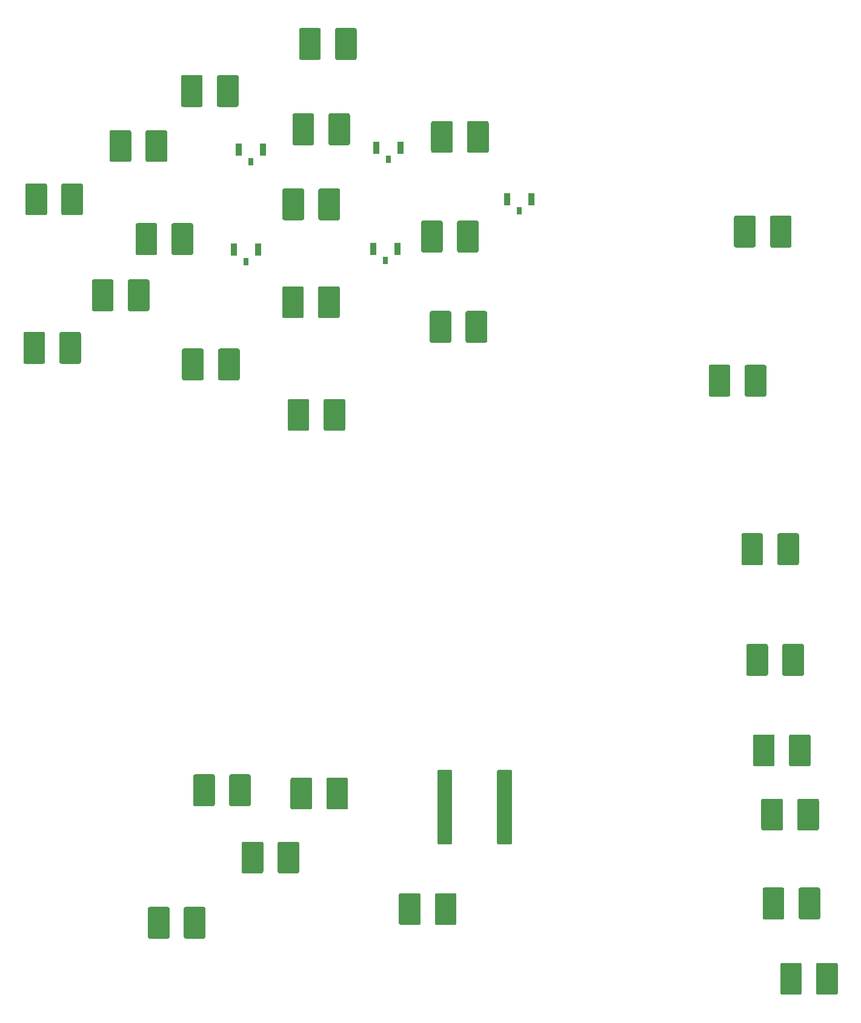
<source format=gbr>
%TF.GenerationSoftware,KiCad,Pcbnew,5.1.6-c6e7f7d~87~ubuntu18.04.1*%
%TF.CreationDate,2020-08-21T18:13:35-04:00*%
%TF.ProjectId,tutorial2,7475746f-7269-4616-9c32-2e6b69636164,rev?*%
%TF.SameCoordinates,Original*%
%TF.FileFunction,Paste,Top*%
%TF.FilePolarity,Positive*%
%FSLAX46Y46*%
G04 Gerber Fmt 4.6, Leading zero omitted, Abs format (unit mm)*
G04 Created by KiCad (PCBNEW 5.1.6-c6e7f7d~87~ubuntu18.04.1) date 2020-08-21 18:13:35*
%MOMM*%
%LPD*%
G01*
G04 APERTURE LIST*
%ADD10R,0.900000X1.700000*%
%ADD11R,0.800000X1.100000*%
G04 APERTURE END LIST*
D10*
%TO.C,Q1*%
X120400000Y-39605000D03*
X123800000Y-39605000D03*
D11*
X122100000Y-41245000D03*
%TD*%
%TO.C,Q2*%
X121450000Y-55220000D03*
D10*
X123150000Y-53580000D03*
X119750000Y-53580000D03*
%TD*%
%TO.C,Q3*%
X139600000Y-39330000D03*
X143000000Y-39330000D03*
D11*
X141300000Y-40970000D03*
%TD*%
%TO.C,Q4*%
X140900000Y-55095000D03*
D10*
X142600000Y-53455000D03*
X139200000Y-53455000D03*
%TD*%
%TO.C,Q5*%
X157875000Y-46530000D03*
X161275000Y-46530000D03*
D11*
X159575000Y-48170000D03*
%TD*%
%TO.C,R1*%
G36*
G01*
X90587500Y-48524999D02*
X90587500Y-44575001D01*
G75*
G02*
X90837501Y-44325000I250001J0D01*
G01*
X93362499Y-44325000D01*
G75*
G02*
X93612500Y-44575001I0J-250001D01*
G01*
X93612500Y-48524999D01*
G75*
G02*
X93362499Y-48775000I-250001J0D01*
G01*
X90837501Y-48775000D01*
G75*
G02*
X90587500Y-48524999I0J250001D01*
G01*
G37*
G36*
G01*
X95612500Y-48524999D02*
X95612500Y-44575001D01*
G75*
G02*
X95862501Y-44325000I250001J0D01*
G01*
X98387499Y-44325000D01*
G75*
G02*
X98637500Y-44575001I0J-250001D01*
G01*
X98637500Y-48524999D01*
G75*
G02*
X98387499Y-48775000I-250001J0D01*
G01*
X95862501Y-48775000D01*
G75*
G02*
X95612500Y-48524999I0J250001D01*
G01*
G37*
%TD*%
%TO.C,R2*%
G36*
G01*
X95337500Y-69274999D02*
X95337500Y-65325001D01*
G75*
G02*
X95587501Y-65075000I250001J0D01*
G01*
X98112499Y-65075000D01*
G75*
G02*
X98362500Y-65325001I0J-250001D01*
G01*
X98362500Y-69274999D01*
G75*
G02*
X98112499Y-69525000I-250001J0D01*
G01*
X95587501Y-69525000D01*
G75*
G02*
X95337500Y-69274999I0J250001D01*
G01*
G37*
G36*
G01*
X90312500Y-69274999D02*
X90312500Y-65325001D01*
G75*
G02*
X90562501Y-65075000I250001J0D01*
G01*
X93087499Y-65075000D01*
G75*
G02*
X93337500Y-65325001I0J-250001D01*
G01*
X93337500Y-69274999D01*
G75*
G02*
X93087499Y-69525000I-250001J0D01*
G01*
X90562501Y-69525000D01*
G75*
G02*
X90312500Y-69274999I0J250001D01*
G01*
G37*
%TD*%
%TO.C,R3*%
G36*
G01*
X107388000Y-41074999D02*
X107388000Y-37125001D01*
G75*
G02*
X107638001Y-36875000I250001J0D01*
G01*
X110162999Y-36875000D01*
G75*
G02*
X110413000Y-37125001I0J-250001D01*
G01*
X110413000Y-41074999D01*
G75*
G02*
X110162999Y-41325000I-250001J0D01*
G01*
X107638001Y-41325000D01*
G75*
G02*
X107388000Y-41074999I0J250001D01*
G01*
G37*
G36*
G01*
X102363000Y-41074999D02*
X102363000Y-37125001D01*
G75*
G02*
X102613001Y-36875000I250001J0D01*
G01*
X105137999Y-36875000D01*
G75*
G02*
X105388000Y-37125001I0J-250001D01*
G01*
X105388000Y-41074999D01*
G75*
G02*
X105137999Y-41325000I-250001J0D01*
G01*
X102613001Y-41325000D01*
G75*
G02*
X102363000Y-41074999I0J250001D01*
G01*
G37*
%TD*%
%TO.C,R4*%
G36*
G01*
X112337000Y-33374999D02*
X112337000Y-29425001D01*
G75*
G02*
X112587001Y-29175000I250001J0D01*
G01*
X115111999Y-29175000D01*
G75*
G02*
X115362000Y-29425001I0J-250001D01*
G01*
X115362000Y-33374999D01*
G75*
G02*
X115111999Y-33625000I-250001J0D01*
G01*
X112587001Y-33625000D01*
G75*
G02*
X112337000Y-33374999I0J250001D01*
G01*
G37*
G36*
G01*
X117362000Y-33374999D02*
X117362000Y-29425001D01*
G75*
G02*
X117612001Y-29175000I250001J0D01*
G01*
X120136999Y-29175000D01*
G75*
G02*
X120387000Y-29425001I0J-250001D01*
G01*
X120387000Y-33374999D01*
G75*
G02*
X120136999Y-33625000I-250001J0D01*
G01*
X117612001Y-33625000D01*
G75*
G02*
X117362000Y-33374999I0J250001D01*
G01*
G37*
%TD*%
%TO.C,R5*%
G36*
G01*
X99875000Y-61924999D02*
X99875000Y-57975001D01*
G75*
G02*
X100125001Y-57725000I250001J0D01*
G01*
X102649999Y-57725000D01*
G75*
G02*
X102900000Y-57975001I0J-250001D01*
G01*
X102900000Y-61924999D01*
G75*
G02*
X102649999Y-62175000I-250001J0D01*
G01*
X100125001Y-62175000D01*
G75*
G02*
X99875000Y-61924999I0J250001D01*
G01*
G37*
G36*
G01*
X104900000Y-61924999D02*
X104900000Y-57975001D01*
G75*
G02*
X105150001Y-57725000I250001J0D01*
G01*
X107674999Y-57725000D01*
G75*
G02*
X107925000Y-57975001I0J-250001D01*
G01*
X107925000Y-61924999D01*
G75*
G02*
X107674999Y-62175000I-250001J0D01*
G01*
X105150001Y-62175000D01*
G75*
G02*
X104900000Y-61924999I0J250001D01*
G01*
G37*
%TD*%
%TO.C,R6*%
G36*
G01*
X111012000Y-54074999D02*
X111012000Y-50125001D01*
G75*
G02*
X111262001Y-49875000I250001J0D01*
G01*
X113786999Y-49875000D01*
G75*
G02*
X114037000Y-50125001I0J-250001D01*
G01*
X114037000Y-54074999D01*
G75*
G02*
X113786999Y-54325000I-250001J0D01*
G01*
X111262001Y-54325000D01*
G75*
G02*
X111012000Y-54074999I0J250001D01*
G01*
G37*
G36*
G01*
X105987000Y-54074999D02*
X105987000Y-50125001D01*
G75*
G02*
X106237001Y-49875000I250001J0D01*
G01*
X108761999Y-49875000D01*
G75*
G02*
X109012000Y-50125001I0J-250001D01*
G01*
X109012000Y-54074999D01*
G75*
G02*
X108761999Y-54325000I-250001J0D01*
G01*
X106237001Y-54325000D01*
G75*
G02*
X105987000Y-54074999I0J250001D01*
G01*
G37*
%TD*%
%TO.C,R7*%
G36*
G01*
X127913000Y-38724999D02*
X127913000Y-34775001D01*
G75*
G02*
X128163001Y-34525000I250001J0D01*
G01*
X130687999Y-34525000D01*
G75*
G02*
X130938000Y-34775001I0J-250001D01*
G01*
X130938000Y-38724999D01*
G75*
G02*
X130687999Y-38975000I-250001J0D01*
G01*
X128163001Y-38975000D01*
G75*
G02*
X127913000Y-38724999I0J250001D01*
G01*
G37*
G36*
G01*
X132938000Y-38724999D02*
X132938000Y-34775001D01*
G75*
G02*
X133188001Y-34525000I250001J0D01*
G01*
X135712999Y-34525000D01*
G75*
G02*
X135963000Y-34775001I0J-250001D01*
G01*
X135963000Y-38724999D01*
G75*
G02*
X135712999Y-38975000I-250001J0D01*
G01*
X133188001Y-38975000D01*
G75*
G02*
X132938000Y-38724999I0J250001D01*
G01*
G37*
%TD*%
%TO.C,R8*%
G36*
G01*
X131538000Y-49224999D02*
X131538000Y-45275001D01*
G75*
G02*
X131788001Y-45025000I250001J0D01*
G01*
X134312999Y-45025000D01*
G75*
G02*
X134563000Y-45275001I0J-250001D01*
G01*
X134563000Y-49224999D01*
G75*
G02*
X134312999Y-49475000I-250001J0D01*
G01*
X131788001Y-49475000D01*
G75*
G02*
X131538000Y-49224999I0J250001D01*
G01*
G37*
G36*
G01*
X126513000Y-49224999D02*
X126513000Y-45275001D01*
G75*
G02*
X126763001Y-45025000I250001J0D01*
G01*
X129287999Y-45025000D01*
G75*
G02*
X129538000Y-45275001I0J-250001D01*
G01*
X129538000Y-49224999D01*
G75*
G02*
X129287999Y-49475000I-250001J0D01*
G01*
X126763001Y-49475000D01*
G75*
G02*
X126513000Y-49224999I0J250001D01*
G01*
G37*
%TD*%
%TO.C,R9*%
G36*
G01*
X133862000Y-26799999D02*
X133862000Y-22850001D01*
G75*
G02*
X134112001Y-22600000I250001J0D01*
G01*
X136636999Y-22600000D01*
G75*
G02*
X136887000Y-22850001I0J-250001D01*
G01*
X136887000Y-26799999D01*
G75*
G02*
X136636999Y-27050000I-250001J0D01*
G01*
X134112001Y-27050000D01*
G75*
G02*
X133862000Y-26799999I0J250001D01*
G01*
G37*
G36*
G01*
X128837000Y-26799999D02*
X128837000Y-22850001D01*
G75*
G02*
X129087001Y-22600000I250001J0D01*
G01*
X131611999Y-22600000D01*
G75*
G02*
X131862000Y-22850001I0J-250001D01*
G01*
X131862000Y-26799999D01*
G75*
G02*
X131611999Y-27050000I-250001J0D01*
G01*
X129087001Y-27050000D01*
G75*
G02*
X128837000Y-26799999I0J250001D01*
G01*
G37*
%TD*%
%TO.C,R10*%
G36*
G01*
X117512000Y-71599999D02*
X117512000Y-67650001D01*
G75*
G02*
X117762001Y-67400000I250001J0D01*
G01*
X120286999Y-67400000D01*
G75*
G02*
X120537000Y-67650001I0J-250001D01*
G01*
X120537000Y-71599999D01*
G75*
G02*
X120286999Y-71850000I-250001J0D01*
G01*
X117762001Y-71850000D01*
G75*
G02*
X117512000Y-71599999I0J250001D01*
G01*
G37*
G36*
G01*
X112487000Y-71599999D02*
X112487000Y-67650001D01*
G75*
G02*
X112737001Y-67400000I250001J0D01*
G01*
X115261999Y-67400000D01*
G75*
G02*
X115512000Y-67650001I0J-250001D01*
G01*
X115512000Y-71599999D01*
G75*
G02*
X115261999Y-71850000I-250001J0D01*
G01*
X112737001Y-71850000D01*
G75*
G02*
X112487000Y-71599999I0J250001D01*
G01*
G37*
%TD*%
%TO.C,R11*%
G36*
G01*
X127237000Y-78649999D02*
X127237000Y-74700001D01*
G75*
G02*
X127487001Y-74450000I250001J0D01*
G01*
X130011999Y-74450000D01*
G75*
G02*
X130262000Y-74700001I0J-250001D01*
G01*
X130262000Y-78649999D01*
G75*
G02*
X130011999Y-78900000I-250001J0D01*
G01*
X127487001Y-78900000D01*
G75*
G02*
X127237000Y-78649999I0J250001D01*
G01*
G37*
G36*
G01*
X132262000Y-78649999D02*
X132262000Y-74700001D01*
G75*
G02*
X132512001Y-74450000I250001J0D01*
G01*
X135036999Y-74450000D01*
G75*
G02*
X135287000Y-74700001I0J-250001D01*
G01*
X135287000Y-78649999D01*
G75*
G02*
X135036999Y-78900000I-250001J0D01*
G01*
X132512001Y-78900000D01*
G75*
G02*
X132262000Y-78649999I0J250001D01*
G01*
G37*
%TD*%
%TO.C,R12*%
G36*
G01*
X126463000Y-62899999D02*
X126463000Y-58950001D01*
G75*
G02*
X126713001Y-58700000I250001J0D01*
G01*
X129237999Y-58700000D01*
G75*
G02*
X129488000Y-58950001I0J-250001D01*
G01*
X129488000Y-62899999D01*
G75*
G02*
X129237999Y-63150000I-250001J0D01*
G01*
X126713001Y-63150000D01*
G75*
G02*
X126463000Y-62899999I0J250001D01*
G01*
G37*
G36*
G01*
X131488000Y-62899999D02*
X131488000Y-58950001D01*
G75*
G02*
X131738001Y-58700000I250001J0D01*
G01*
X134262999Y-58700000D01*
G75*
G02*
X134513000Y-58950001I0J-250001D01*
G01*
X134513000Y-62899999D01*
G75*
G02*
X134262999Y-63150000I-250001J0D01*
G01*
X131738001Y-63150000D01*
G75*
G02*
X131488000Y-62899999I0J250001D01*
G01*
G37*
%TD*%
%TO.C,R13*%
G36*
G01*
X194638000Y-53024999D02*
X194638000Y-49075001D01*
G75*
G02*
X194888001Y-48825000I250001J0D01*
G01*
X197412999Y-48825000D01*
G75*
G02*
X197663000Y-49075001I0J-250001D01*
G01*
X197663000Y-53024999D01*
G75*
G02*
X197412999Y-53275000I-250001J0D01*
G01*
X194888001Y-53275000D01*
G75*
G02*
X194638000Y-53024999I0J250001D01*
G01*
G37*
G36*
G01*
X189613000Y-53024999D02*
X189613000Y-49075001D01*
G75*
G02*
X189863001Y-48825000I250001J0D01*
G01*
X192387999Y-48825000D01*
G75*
G02*
X192638000Y-49075001I0J-250001D01*
G01*
X192638000Y-53024999D01*
G75*
G02*
X192387999Y-53275000I-250001J0D01*
G01*
X189863001Y-53275000D01*
G75*
G02*
X189613000Y-53024999I0J250001D01*
G01*
G37*
%TD*%
%TO.C,R14*%
G36*
G01*
X186087000Y-73874999D02*
X186087000Y-69925001D01*
G75*
G02*
X186337001Y-69675000I250001J0D01*
G01*
X188861999Y-69675000D01*
G75*
G02*
X189112000Y-69925001I0J-250001D01*
G01*
X189112000Y-73874999D01*
G75*
G02*
X188861999Y-74125000I-250001J0D01*
G01*
X186337001Y-74125000D01*
G75*
G02*
X186087000Y-73874999I0J250001D01*
G01*
G37*
G36*
G01*
X191112000Y-73874999D02*
X191112000Y-69925001D01*
G75*
G02*
X191362001Y-69675000I250001J0D01*
G01*
X193886999Y-69675000D01*
G75*
G02*
X194137000Y-69925001I0J-250001D01*
G01*
X194137000Y-73874999D01*
G75*
G02*
X193886999Y-74125000I-250001J0D01*
G01*
X191362001Y-74125000D01*
G75*
G02*
X191112000Y-73874999I0J250001D01*
G01*
G37*
%TD*%
%TO.C,R15*%
G36*
G01*
X195662000Y-97424999D02*
X195662000Y-93475001D01*
G75*
G02*
X195912001Y-93225000I250001J0D01*
G01*
X198436999Y-93225000D01*
G75*
G02*
X198687000Y-93475001I0J-250001D01*
G01*
X198687000Y-97424999D01*
G75*
G02*
X198436999Y-97675000I-250001J0D01*
G01*
X195912001Y-97675000D01*
G75*
G02*
X195662000Y-97424999I0J250001D01*
G01*
G37*
G36*
G01*
X190637000Y-97424999D02*
X190637000Y-93475001D01*
G75*
G02*
X190887001Y-93225000I250001J0D01*
G01*
X193411999Y-93225000D01*
G75*
G02*
X193662000Y-93475001I0J-250001D01*
G01*
X193662000Y-97424999D01*
G75*
G02*
X193411999Y-97675000I-250001J0D01*
G01*
X190887001Y-97675000D01*
G75*
G02*
X190637000Y-97424999I0J250001D01*
G01*
G37*
%TD*%
%TO.C,R16*%
G36*
G01*
X191337000Y-112899999D02*
X191337000Y-108950001D01*
G75*
G02*
X191587001Y-108700000I250001J0D01*
G01*
X194111999Y-108700000D01*
G75*
G02*
X194362000Y-108950001I0J-250001D01*
G01*
X194362000Y-112899999D01*
G75*
G02*
X194111999Y-113150000I-250001J0D01*
G01*
X191587001Y-113150000D01*
G75*
G02*
X191337000Y-112899999I0J250001D01*
G01*
G37*
G36*
G01*
X196362000Y-112899999D02*
X196362000Y-108950001D01*
G75*
G02*
X196612001Y-108700000I250001J0D01*
G01*
X199136999Y-108700000D01*
G75*
G02*
X199387000Y-108950001I0J-250001D01*
G01*
X199387000Y-112899999D01*
G75*
G02*
X199136999Y-113150000I-250001J0D01*
G01*
X196612001Y-113150000D01*
G75*
G02*
X196362000Y-112899999I0J250001D01*
G01*
G37*
%TD*%
%TO.C,R17*%
G36*
G01*
X197288000Y-125549999D02*
X197288000Y-121600001D01*
G75*
G02*
X197538001Y-121350000I250001J0D01*
G01*
X200062999Y-121350000D01*
G75*
G02*
X200313000Y-121600001I0J-250001D01*
G01*
X200313000Y-125549999D01*
G75*
G02*
X200062999Y-125800000I-250001J0D01*
G01*
X197538001Y-125800000D01*
G75*
G02*
X197288000Y-125549999I0J250001D01*
G01*
G37*
G36*
G01*
X192263000Y-125549999D02*
X192263000Y-121600001D01*
G75*
G02*
X192513001Y-121350000I250001J0D01*
G01*
X195037999Y-121350000D01*
G75*
G02*
X195288000Y-121600001I0J-250001D01*
G01*
X195288000Y-125549999D01*
G75*
G02*
X195037999Y-125800000I-250001J0D01*
G01*
X192513001Y-125800000D01*
G75*
G02*
X192263000Y-125549999I0J250001D01*
G01*
G37*
%TD*%
%TO.C,R18*%
G36*
G01*
X193425000Y-134524999D02*
X193425000Y-130575001D01*
G75*
G02*
X193675001Y-130325000I250001J0D01*
G01*
X196199999Y-130325000D01*
G75*
G02*
X196450000Y-130575001I0J-250001D01*
G01*
X196450000Y-134524999D01*
G75*
G02*
X196199999Y-134775000I-250001J0D01*
G01*
X193675001Y-134775000D01*
G75*
G02*
X193425000Y-134524999I0J250001D01*
G01*
G37*
G36*
G01*
X198450000Y-134524999D02*
X198450000Y-130575001D01*
G75*
G02*
X198700001Y-130325000I250001J0D01*
G01*
X201224999Y-130325000D01*
G75*
G02*
X201475000Y-130575001I0J-250001D01*
G01*
X201475000Y-134524999D01*
G75*
G02*
X201224999Y-134775000I-250001J0D01*
G01*
X198700001Y-134775000D01*
G75*
G02*
X198450000Y-134524999I0J250001D01*
G01*
G37*
%TD*%
%TO.C,R19*%
G36*
G01*
X198638000Y-146949999D02*
X198638000Y-143000001D01*
G75*
G02*
X198888001Y-142750000I250001J0D01*
G01*
X201412999Y-142750000D01*
G75*
G02*
X201663000Y-143000001I0J-250001D01*
G01*
X201663000Y-146949999D01*
G75*
G02*
X201412999Y-147200000I-250001J0D01*
G01*
X198888001Y-147200000D01*
G75*
G02*
X198638000Y-146949999I0J250001D01*
G01*
G37*
G36*
G01*
X193613000Y-146949999D02*
X193613000Y-143000001D01*
G75*
G02*
X193863001Y-142750000I250001J0D01*
G01*
X196387999Y-142750000D01*
G75*
G02*
X196638000Y-143000001I0J-250001D01*
G01*
X196638000Y-146949999D01*
G75*
G02*
X196387999Y-147200000I-250001J0D01*
G01*
X193863001Y-147200000D01*
G75*
G02*
X193613000Y-146949999I0J250001D01*
G01*
G37*
%TD*%
%TO.C,R20*%
G36*
G01*
X196063000Y-157474999D02*
X196063000Y-153525001D01*
G75*
G02*
X196313001Y-153275000I250001J0D01*
G01*
X198837999Y-153275000D01*
G75*
G02*
X199088000Y-153525001I0J-250001D01*
G01*
X199088000Y-157474999D01*
G75*
G02*
X198837999Y-157725000I-250001J0D01*
G01*
X196313001Y-157725000D01*
G75*
G02*
X196063000Y-157474999I0J250001D01*
G01*
G37*
G36*
G01*
X201088000Y-157474999D02*
X201088000Y-153525001D01*
G75*
G02*
X201338001Y-153275000I250001J0D01*
G01*
X203862999Y-153275000D01*
G75*
G02*
X204113000Y-153525001I0J-250001D01*
G01*
X204113000Y-157474999D01*
G75*
G02*
X203862999Y-157725000I-250001J0D01*
G01*
X201338001Y-157725000D01*
G75*
G02*
X201088000Y-157474999I0J250001D01*
G01*
G37*
%TD*%
%TO.C,R21*%
G36*
G01*
X145887000Y-53724999D02*
X145887000Y-49775001D01*
G75*
G02*
X146137001Y-49525000I250001J0D01*
G01*
X148661999Y-49525000D01*
G75*
G02*
X148912000Y-49775001I0J-250001D01*
G01*
X148912000Y-53724999D01*
G75*
G02*
X148661999Y-53975000I-250001J0D01*
G01*
X146137001Y-53975000D01*
G75*
G02*
X145887000Y-53724999I0J250001D01*
G01*
G37*
G36*
G01*
X150912000Y-53724999D02*
X150912000Y-49775001D01*
G75*
G02*
X151162001Y-49525000I250001J0D01*
G01*
X153686999Y-49525000D01*
G75*
G02*
X153937000Y-49775001I0J-250001D01*
G01*
X153937000Y-53724999D01*
G75*
G02*
X153686999Y-53975000I-250001J0D01*
G01*
X151162001Y-53975000D01*
G75*
G02*
X150912000Y-53724999I0J250001D01*
G01*
G37*
%TD*%
%TO.C,R22*%
G36*
G01*
X155137000Y-62400001D02*
X155137000Y-66349999D01*
G75*
G02*
X154886999Y-66600000I-250001J0D01*
G01*
X152362001Y-66600000D01*
G75*
G02*
X152112000Y-66349999I0J250001D01*
G01*
X152112000Y-62400001D01*
G75*
G02*
X152362001Y-62150000I250001J0D01*
G01*
X154886999Y-62150000D01*
G75*
G02*
X155137000Y-62400001I0J-250001D01*
G01*
G37*
G36*
G01*
X150112000Y-62400001D02*
X150112000Y-66349999D01*
G75*
G02*
X149861999Y-66600000I-250001J0D01*
G01*
X147337001Y-66600000D01*
G75*
G02*
X147087000Y-66349999I0J250001D01*
G01*
X147087000Y-62400001D01*
G75*
G02*
X147337001Y-62150000I250001J0D01*
G01*
X149861999Y-62150000D01*
G75*
G02*
X150112000Y-62400001I0J-250001D01*
G01*
G37*
%TD*%
%TO.C,R23*%
G36*
G01*
X152312000Y-39799999D02*
X152312000Y-35850001D01*
G75*
G02*
X152562001Y-35600000I250001J0D01*
G01*
X155086999Y-35600000D01*
G75*
G02*
X155337000Y-35850001I0J-250001D01*
G01*
X155337000Y-39799999D01*
G75*
G02*
X155086999Y-40050000I-250001J0D01*
G01*
X152562001Y-40050000D01*
G75*
G02*
X152312000Y-39799999I0J250001D01*
G01*
G37*
G36*
G01*
X147287000Y-39799999D02*
X147287000Y-35850001D01*
G75*
G02*
X147537001Y-35600000I250001J0D01*
G01*
X150061999Y-35600000D01*
G75*
G02*
X150312000Y-35850001I0J-250001D01*
G01*
X150312000Y-39799999D01*
G75*
G02*
X150061999Y-40050000I-250001J0D01*
G01*
X147537001Y-40050000D01*
G75*
G02*
X147287000Y-39799999I0J250001D01*
G01*
G37*
%TD*%
%TO.C,R24*%
G36*
G01*
X107713000Y-149649999D02*
X107713000Y-145700001D01*
G75*
G02*
X107963001Y-145450000I250001J0D01*
G01*
X110487999Y-145450000D01*
G75*
G02*
X110738000Y-145700001I0J-250001D01*
G01*
X110738000Y-149649999D01*
G75*
G02*
X110487999Y-149900000I-250001J0D01*
G01*
X107963001Y-149900000D01*
G75*
G02*
X107713000Y-149649999I0J250001D01*
G01*
G37*
G36*
G01*
X112738000Y-149649999D02*
X112738000Y-145700001D01*
G75*
G02*
X112988001Y-145450000I250001J0D01*
G01*
X115512999Y-145450000D01*
G75*
G02*
X115763000Y-145700001I0J-250001D01*
G01*
X115763000Y-149649999D01*
G75*
G02*
X115512999Y-149900000I-250001J0D01*
G01*
X112988001Y-149900000D01*
G75*
G02*
X112738000Y-149649999I0J250001D01*
G01*
G37*
%TD*%
%TO.C,R25*%
G36*
G01*
X145812000Y-143775001D02*
X145812000Y-147724999D01*
G75*
G02*
X145561999Y-147975000I-250001J0D01*
G01*
X143037001Y-147975000D01*
G75*
G02*
X142787000Y-147724999I0J250001D01*
G01*
X142787000Y-143775001D01*
G75*
G02*
X143037001Y-143525000I250001J0D01*
G01*
X145561999Y-143525000D01*
G75*
G02*
X145812000Y-143775001I0J-250001D01*
G01*
G37*
G36*
G01*
X150837000Y-143775001D02*
X150837000Y-147724999D01*
G75*
G02*
X150586999Y-147975000I-250001J0D01*
G01*
X148062001Y-147975000D01*
G75*
G02*
X147812000Y-147724999I0J250001D01*
G01*
X147812000Y-143775001D01*
G75*
G02*
X148062001Y-143525000I250001J0D01*
G01*
X150586999Y-143525000D01*
G75*
G02*
X150837000Y-143775001I0J-250001D01*
G01*
G37*
%TD*%
%TO.C,R26*%
G36*
G01*
X132662000Y-131574999D02*
X132662000Y-127625001D01*
G75*
G02*
X132912001Y-127375000I250001J0D01*
G01*
X135436999Y-127375000D01*
G75*
G02*
X135687000Y-127625001I0J-250001D01*
G01*
X135687000Y-131574999D01*
G75*
G02*
X135436999Y-131825000I-250001J0D01*
G01*
X132912001Y-131825000D01*
G75*
G02*
X132662000Y-131574999I0J250001D01*
G01*
G37*
G36*
G01*
X127637000Y-131574999D02*
X127637000Y-127625001D01*
G75*
G02*
X127887001Y-127375000I250001J0D01*
G01*
X130411999Y-127375000D01*
G75*
G02*
X130662000Y-127625001I0J-250001D01*
G01*
X130662000Y-131574999D01*
G75*
G02*
X130411999Y-131825000I-250001J0D01*
G01*
X127887001Y-131825000D01*
G75*
G02*
X127637000Y-131574999I0J250001D01*
G01*
G37*
%TD*%
%TO.C,R27*%
G36*
G01*
X114037000Y-131124999D02*
X114037000Y-127175001D01*
G75*
G02*
X114287001Y-126925000I250001J0D01*
G01*
X116811999Y-126925000D01*
G75*
G02*
X117062000Y-127175001I0J-250001D01*
G01*
X117062000Y-131124999D01*
G75*
G02*
X116811999Y-131375000I-250001J0D01*
G01*
X114287001Y-131375000D01*
G75*
G02*
X114037000Y-131124999I0J250001D01*
G01*
G37*
G36*
G01*
X119062000Y-131124999D02*
X119062000Y-127175001D01*
G75*
G02*
X119312001Y-126925000I250001J0D01*
G01*
X121836999Y-126925000D01*
G75*
G02*
X122087000Y-127175001I0J-250001D01*
G01*
X122087000Y-131124999D01*
G75*
G02*
X121836999Y-131375000I-250001J0D01*
G01*
X119312001Y-131375000D01*
G75*
G02*
X119062000Y-131124999I0J250001D01*
G01*
G37*
%TD*%
%TO.C,R28*%
G36*
G01*
X123838000Y-136575001D02*
X123838000Y-140524999D01*
G75*
G02*
X123587999Y-140775000I-250001J0D01*
G01*
X121063001Y-140775000D01*
G75*
G02*
X120813000Y-140524999I0J250001D01*
G01*
X120813000Y-136575001D01*
G75*
G02*
X121063001Y-136325000I250001J0D01*
G01*
X123587999Y-136325000D01*
G75*
G02*
X123838000Y-136575001I0J-250001D01*
G01*
G37*
G36*
G01*
X128863000Y-136575001D02*
X128863000Y-140524999D01*
G75*
G02*
X128612999Y-140775000I-250001J0D01*
G01*
X126088001Y-140775000D01*
G75*
G02*
X125838000Y-140524999I0J250001D01*
G01*
X125838000Y-136575001D01*
G75*
G02*
X126088001Y-136325000I250001J0D01*
G01*
X128612999Y-136325000D01*
G75*
G02*
X128863000Y-136575001I0J-250001D01*
G01*
G37*
%TD*%
%TO.C,C1*%
G36*
G01*
X158600000Y-126525000D02*
X158600000Y-136475000D01*
G75*
G02*
X158350000Y-136725000I-250000J0D01*
G01*
X156750000Y-136725000D01*
G75*
G02*
X156500000Y-136475000I0J250000D01*
G01*
X156500000Y-126525000D01*
G75*
G02*
X156750000Y-126275000I250000J0D01*
G01*
X158350000Y-126275000D01*
G75*
G02*
X158600000Y-126525000I0J-250000D01*
G01*
G37*
G36*
G01*
X150250000Y-126525000D02*
X150250000Y-136475000D01*
G75*
G02*
X150000000Y-136725000I-250000J0D01*
G01*
X148400000Y-136725000D01*
G75*
G02*
X148150000Y-136475000I0J250000D01*
G01*
X148150000Y-126525000D01*
G75*
G02*
X148400000Y-126275000I250000J0D01*
G01*
X150000000Y-126275000D01*
G75*
G02*
X150250000Y-126525000I0J-250000D01*
G01*
G37*
%TD*%
M02*

</source>
